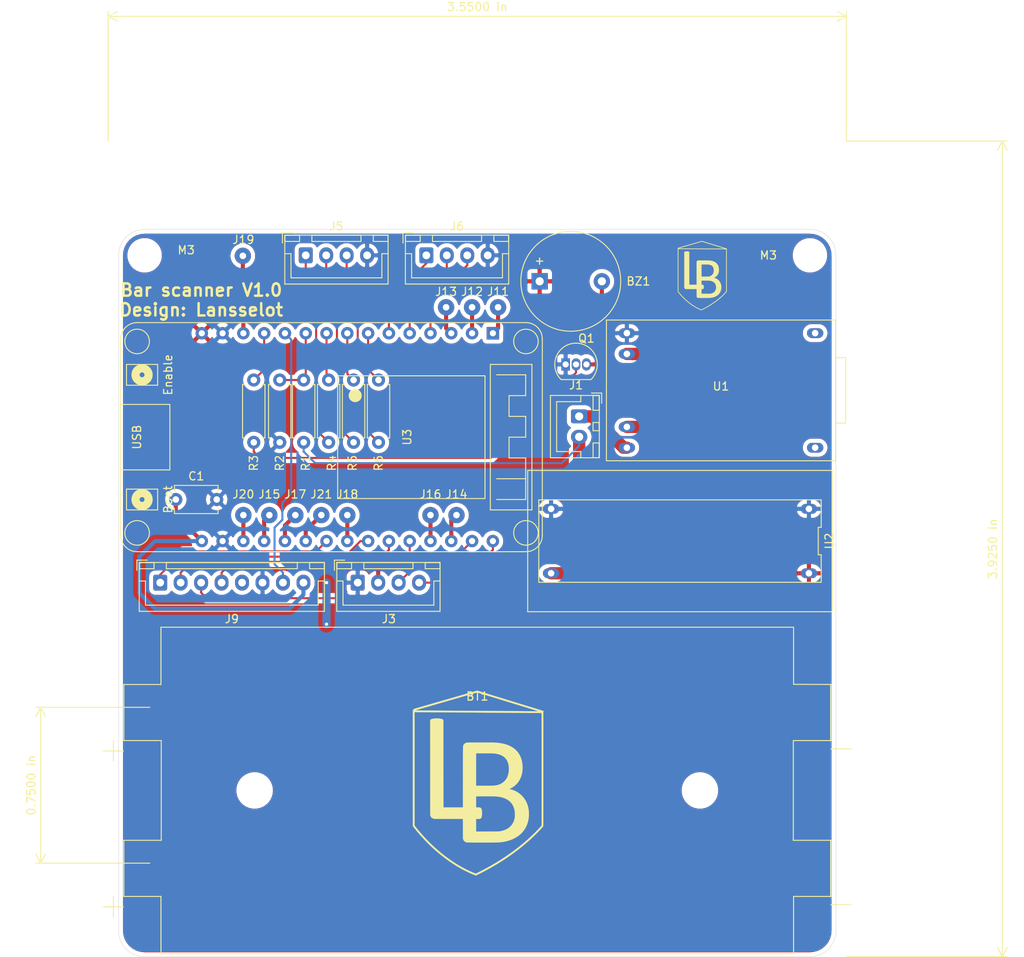
<source format=kicad_pcb>
(kicad_pcb (version 20171130) (host pcbnew "(5.1.5)-3")
  (layers (0 F.Cu signal) (31 B.Cu signal) (34 B.Paste user) (35 F.Paste user) (36 B.SilkS user) (37 F.SilkS user) (38 B.Mask user) (39 F.Mask user) (44 Edge.Cuts user))
  (net 0 "")
  (net 1 -BATT)
  (net 2 +BATT)
  (net 3 "Net-(BZ1-Pad2)")
  (net 4 +5V)
  (net 5 OutSwitcht)
  (net 6 Out+)
  (net 7 SCL)
  (net 8 SDA)
  (net 9 GND)
  (net 10 "Net-(J5-Pad3)")
  (net 11 "Net-(J5-Pad2)")
  (net 12 "Net-(J5-Pad1)")
  (net 13 IO34)
  (net 14 IO35)
  (net 15 IO32)
  (net 16 +3V3)
  (net 17 RST)
  (net 18 MISO)
  (net 19 MOSI)
  (net 20 SCK)
  (net 21 SS)
  (net 22 "Net-(Q1-Pad2)")
  (net 23 IO27)
  (net 24 IO12)
  (net 25 IO26)
  (net 26 IO25)
  (net 27 IO33)
  (net 28 "Net-(J11-Pad1)")
  (net 29 "Net-(J12-Pad1)")
  (net 30 "Net-(J13-Pad1)")
  (net 31 "Net-(J14-Pad1)")
  (net 32 "Net-(J15-Pad1)")
  (net 33 "Net-(J16-Pad1)")
  (net 34 "Net-(J17-Pad1)")
  (net 35 "Net-(J18-Pad1)")
  (net 36 "Net-(J19-Pad1)")
  (net 37 "Net-(J20-Pad1)")
  (net 38 "Net-(J21-Pad1)")
  (module Converter_DCDC:MT3068_DC-DC_max28V_2A (layer F.Cu) (at 182.88 98.425 180)
    (fp_text reference U2 (at -18.25 0 270) (layer F.SilkS))
    (fp_text value MT3608_DC-DC_Boost_5-28V_2A)
    (pad 4 thru_hole oval (at 15.75 3.93705 180) (size 2 1.2) (drill 0.8) (layers *.Cu *.Mask) (net 9 GND))
    (pad 3 thru_hole oval (at 15.75 -3.93705 180) (size 2 1.2) (drill 0.8) (layers *.Cu *.Mask) (net 5 OutSwitcht))
    (pad 2 thru_hole oval (at -15.75 3.93705 180) (size 2 1.2) (drill 0.8) (layers *.Cu *.Mask) (net 9 GND))
    (pad 1 thru_hole oval (at -15.75 -3.93705 180) (size 2 1.2) (drill 0.8) (layers *.Cu *.Mask) (net 4 +5V))
  )
  (module "PCB logo:LansselotBuilds" (layer F.Cu) (at 158.242 128.8415)
    (fp_text reference G*** hide)
    (fp_text value LOGO hide)
  )
  (module "PCB logo:LansselotBuildsNogKleiner" (layer F.Cu) (at 185.6105 66.294)
    (fp_text reference G*** hide)
    (fp_text value LOGO hide)
  )
  (module MountingHole:MountingHole_3.2mm_M3_DIN965 (layer F.Cu) (at 198.755 63.5)
    (fp_text reference M3 (at -5.08 0) (layer F.SilkS))
    (fp_text value MountingHole_3.2mm_M3_DIN965)
    (pad 1 np_thru_hole circle (at 0 0) (size 3.2 3.2) (drill 3.2) (layers *.Cu *.Mask))
  )
  (module MountingHole:MountingHole_3.2mm_M3_DIN965 (layer F.Cu) (at 117.475 63.5)
    (fp_text reference M3 (at 5.08 -0.635) (layer F.SilkS))
    (fp_text value MountingHole_3.2mm_M3_DIN965)
    (pad 1 np_thru_hole circle (at 0 0) (size 3.2 3.2) (drill 3.2) (layers *.Cu *.Mask))
  )
  (module Connector_Wire:SolderWirePad_1x01_Drill0.8mm (layer F.Cu) (at 139.065 95.25)
    (fp_text reference J21 (at 0 -2.54) (layer F.SilkS))
    (fp_text value Conn_01x01_Female)
    (pad 1 thru_hole circle (at 0 0) (size 1.99898 1.99898) (drill 0.8001) (layers *.Cu *.Mask) (net 38 "Net-(J21-Pad1)"))
  )
  (module Connector_Wire:SolderWirePad_1x01_Drill0.8mm (layer F.Cu) (at 129.54 95.25)
    (fp_text reference J20 (at 0 -2.54) (layer F.SilkS))
    (fp_text value Conn_01x01_Female)
    (pad 1 thru_hole circle (at 0 0) (size 1.99898 1.99898) (drill 0.8001) (layers *.Cu *.Mask) (net 37 "Net-(J20-Pad1)"))
  )
  (module Connector_Wire:SolderWirePad_1x01_Drill0.8mm (layer F.Cu) (at 129.4765 63.5635)
    (fp_text reference J19 (at 0.0635 -1.9685) (layer F.SilkS))
    (fp_text value Conn_01x01_Female)
    (pad 1 thru_hole circle (at 0 0) (size 1.99898 1.99898) (drill 0.8001) (layers *.Cu *.Mask) (net 36 "Net-(J19-Pad1)"))
  )
  (module Connector_Wire:SolderWirePad_1x01_Drill0.8mm (layer F.Cu) (at 142.24 95.25)
    (fp_text reference J18 (at 0 -2.54) (layer F.SilkS))
    (fp_text value Conn_01x01_Female)
    (pad 1 thru_hole circle (at 0 0) (size 1.99898 1.99898) (drill 0.8001) (layers *.Cu *.Mask) (net 35 "Net-(J18-Pad1)"))
  )
  (module Connector_Wire:SolderWirePad_1x01_Drill0.8mm (layer F.Cu) (at 135.89 95.25)
    (fp_text reference J17 (at 0 -2.54) (layer F.SilkS))
    (fp_text value Conn_01x01_Female)
    (pad 1 thru_hole circle (at 0 0) (size 1.99898 1.99898) (drill 0.8001) (layers *.Cu *.Mask) (net 34 "Net-(J17-Pad1)"))
  )
  (module Connector_Wire:SolderWirePad_1x01_Drill0.8mm (layer F.Cu) (at 152.4 95.25)
    (fp_text reference J16 (at 0 -2.54) (layer F.SilkS))
    (fp_text value Conn_01x01_Female)
    (pad 1 thru_hole circle (at 0 0) (size 1.99898 1.99898) (drill 0.8001) (layers *.Cu *.Mask) (net 33 "Net-(J16-Pad1)"))
  )
  (module Connector_Wire:SolderWirePad_1x01_Drill0.8mm (layer F.Cu) (at 132.715 95.25)
    (fp_text reference J15 (at 0 -2.54) (layer F.SilkS))
    (fp_text value Conn_01x01_Female)
    (pad 1 thru_hole circle (at 0 0) (size 1.99898 1.99898) (drill 0.8001) (layers *.Cu *.Mask) (net 32 "Net-(J15-Pad1)"))
  )
  (module Connector_Wire:SolderWirePad_1x01_Drill0.8mm (layer F.Cu) (at 155.575 95.25)
    (fp_text reference J14 (at 0 -2.54) (layer F.SilkS))
    (fp_text value Conn_01x01_Female)
    (pad 1 thru_hole circle (at 0 0) (size 1.99898 1.99898) (drill 0.8001) (layers *.Cu *.Mask) (net 31 "Net-(J14-Pad1)"))
  )
  (module Connector_Wire:SolderWirePad_1x01_Drill0.8mm (layer F.Cu) (at 154.305 69.85)
    (fp_text reference J13 (at 0 -1.905) (layer F.SilkS))
    (fp_text value Conn_01x01_Female)
    (pad 1 thru_hole circle (at 0 0) (size 1.99898 1.99898) (drill 0.8001) (layers *.Cu *.Mask) (net 30 "Net-(J13-Pad1)"))
  )
  (module Connector_Wire:SolderWirePad_1x01_Drill0.8mm (layer F.Cu) (at 157.48 69.85)
    (fp_text reference J12 (at 0 -1.905) (layer F.SilkS))
    (fp_text value Conn_01x01_Female)
    (pad 1 thru_hole circle (at 0 0) (size 1.99898 1.99898) (drill 0.8001) (layers *.Cu *.Mask) (net 29 "Net-(J12-Pad1)"))
  )
  (module Connector_Wire:SolderWirePad_1x01_Drill0.8mm (layer F.Cu) (at 160.655 69.85)
    (fp_text reference J11 (at 0 -1.905) (layer F.SilkS))
    (fp_text value Conn_01x01_Female)
    (pad 1 thru_hole circle (at 0 0) (size 1.99898 1.99898) (drill 0.8001) (layers *.Cu *.Mask) (net 28 "Net-(J11-Pad1)"))
  )
  (module esp32_devkit_v1_doit:esp32_devkit_v1_doit (layer F.Cu) (at 160.02 85.725 270)
    (fp_text reference U3 (at 0 10.47 270) (layer F.SilkS))
    (fp_text value ESP32_DevKit_V1_DOIT)
    (fp_text user Enable (at -7.62 39.68 270) (layer F.SilkS))
    (fp_text user Boot (at 7.62 39.68 270) (layer F.SilkS))
    (fp_text user USB (at 0 43.49 270) (layer F.SilkS))
    (pad 30 thru_hole circle (at 12.7 0 270) (size 1.524 1.524) (drill 0.762) (layers *.Cu *.Mask) (net 19 MOSI))
    (pad 29 thru_hole circle (at 12.7 2.54 270) (size 1.524 1.524) (drill 0.762) (layers *.Cu *.Mask) (net 7 SCL))
    (pad 28 thru_hole circle (at 12.7 5.08 270) (size 1.524 1.524) (drill 0.762) (layers *.Cu *.Mask) (net 31 "Net-(J14-Pad1)"))
    (pad 27 thru_hole circle (at 12.7 7.62 270) (size 1.524 1.524) (drill 0.762) (layers *.Cu *.Mask) (net 33 "Net-(J16-Pad1)"))
    (pad 26 thru_hole circle (at 12.7 10.16 270) (size 1.524 1.524) (drill 0.762) (layers *.Cu *.Mask) (net 8 SDA))
    (pad 25 thru_hole circle (at 12.7 12.7 270) (size 1.524 1.524) (drill 0.762) (layers *.Cu *.Mask) (net 18 MISO))
    (pad 24 thru_hole circle (at 12.7 15.24 270) (size 1.524 1.524) (drill 0.762) (layers *.Cu *.Mask) (net 20 SCK))
    (pad 23 thru_hole circle (at 12.7 17.78 270) (size 1.524 1.524) (drill 0.762) (layers *.Cu *.Mask) (net 35 "Net-(J18-Pad1)"))
    (pad 22 thru_hole circle (at 12.7 20.32 270) (size 1.524 1.524) (drill 0.762) (layers *.Cu *.Mask) (net 21 SS))
    (pad 21 thru_hole circle (at 12.7 22.86 270) (size 1.524 1.524) (drill 0.762) (layers *.Cu *.Mask) (net 38 "Net-(J21-Pad1)"))
    (pad 20 thru_hole circle (at 12.7 25.4 270) (size 1.524 1.524) (drill 0.762) (layers *.Cu *.Mask) (net 34 "Net-(J17-Pad1)"))
    (pad 19 thru_hole circle (at 12.7 27.94 270) (size 1.524 1.524) (drill 0.762) (layers *.Cu *.Mask) (net 32 "Net-(J15-Pad1)"))
    (pad 18 thru_hole circle (at 12.7 30.48 270) (size 1.524 1.524) (drill 0.762) (layers *.Cu *.Mask) (net 37 "Net-(J20-Pad1)"))
    (pad 17 thru_hole circle (at 12.7 33.02 270) (size 1.524 1.524) (drill 0.762) (layers *.Cu *.Mask) (net 9 GND))
    (pad 16 thru_hole circle (at 12.7 35.56 270) (size 1.524 1.524) (drill 0.762) (layers *.Cu *.Mask) (net 16 +3V3))
    (pad 15 thru_hole circle (at -12.7 35.56 270) (size 1.524 1.524) (drill 0.762) (layers *.Cu *.Mask) (net 4 +5V))
    (pad 14 thru_hole circle (at -12.7 33.02 270) (size 1.524 1.524) (drill 0.762) (layers *.Cu *.Mask) (net 9 GND))
    (pad 13 thru_hole circle (at -12.7 30.48 270) (size 1.524 1.524) (drill 0.762) (layers *.Cu *.Mask) (net 36 "Net-(J19-Pad1)"))
    (pad 12 thru_hole circle (at -12.7 27.94 270) (size 1.524 1.524) (drill 0.762) (layers *.Cu *.Mask) (net 24 IO12))
    (pad 11 thru_hole circle (at -12.7 25.4 270) (size 1.524 1.524) (drill 0.762) (layers *.Cu *.Mask) (net 17 RST))
    (pad 10 thru_hole circle (at -12.7 22.86 270) (size 1.524 1.524) (drill 0.762) (layers *.Cu *.Mask) (net 23 IO27))
    (pad 9 thru_hole circle (at -12.7 20.32 270) (size 1.524 1.524) (drill 0.762) (layers *.Cu *.Mask) (net 25 IO26))
    (pad 8 thru_hole circle (at -12.7 17.78 270) (size 1.524 1.524) (drill 0.762) (layers *.Cu *.Mask) (net 26 IO25))
    (pad 7 thru_hole circle (at -12.7 15.24 270) (size 1.524 1.524) (drill 0.762) (layers *.Cu *.Mask) (net 27 IO33))
    (pad 6 thru_hole circle (at -12.7 12.7 270) (size 1.524 1.524) (drill 0.762) (layers *.Cu *.Mask) (net 15 IO32))
    (pad 5 thru_hole circle (at -12.7 10.16 270) (size 1.524 1.524) (drill 0.762) (layers *.Cu *.Mask) (net 14 IO35))
    (pad 4 thru_hole circle (at -12.7 7.62 270) (size 1.524 1.524) (drill 0.762) (layers *.Cu *.Mask) (net 13 IO34))
    (pad 3 thru_hole circle (at -12.7 5.08 270) (size 1.524 1.524) (drill 0.762) (layers *.Cu *.Mask) (net 30 "Net-(J13-Pad1)"))
    (pad 2 thru_hole circle (at -12.7 2.54 270) (size 1.524 1.524) (drill 0.762) (layers *.Cu *.Mask) (net 29 "Net-(J12-Pad1)"))
    (pad 1 thru_hole rect (at -12.7 0 270) (size 1.524 1.524) (drill 0.762) (layers *.Cu *.Mask) (net 28 "Net-(J11-Pad1)"))
  )
  (module Capacitor_THT:C_Disc_D5.1mm_W3.2mm_P5.00mm (layer F.Cu) (at 121.285 93.345)
    (fp_text reference C1 (at 2.5 -2.85) (layer F.SilkS))
    (fp_text value 0,1uf)
    (pad 2 thru_hole circle (at 5 0) (size 1.6 1.6) (drill 0.8) (layers *.Cu *.Mask) (net 9 GND))
    (pad 1 thru_hole circle (at 0 0) (size 1.6 1.6) (drill 0.8) (layers *.Cu *.Mask) (net 16 +3V3))
  )
  (module Battery:BatteryHolder_Keystone_1042_2x18650 (layer F.Cu) (at 158.115 128.905)
    (fp_text reference BT1 (at 0 -11.5) (layer F.SilkS))
    (fp_text value Battery_Cell_2x)
    (pad 4 smd rect (at 39.33 9.55) (size 7.34 6.35) (layers F.Cu F.Paste F.Mask) (net 1 -BATT))
    (pad 3 smd rect (at -39.33 9.55) (size 7.34 6.35) (layers F.Cu F.Paste F.Mask) (net 2 +BATT))
    (pad "" np_thru_hole circle (at -27.2 0) (size 3.45 3.45) (drill 3.45) (layers *.Cu *.Mask))
    (pad "" np_thru_hole circle (at 27.2 0) (size 3.45 3.45) (drill 3.45) (layers *.Cu *.Mask))
    (pad 2 smd rect (at 39.33 -9.55) (size 7.34 6.35) (layers F.Cu F.Paste F.Mask) (net 1 -BATT))
    (pad 1 smd rect (at -39.33 -9.55) (size 7.34 6.35) (layers F.Cu F.Paste F.Mask) (net 2 +BATT))
  )
  (module Symbol:1S_BMS_5v-in (layer F.Cu) (at 187.89 80.01 180)
    (fp_text reference U1 (at 0 0.5 180) (layer F.SilkS))
    (fp_text value 1S_BMS_5v-in)
    (pad 2 thru_hole oval (at -11.5 7 180) (size 2 1.2) (drill 0.8) (layers *.Cu *.Mask))
    (pad 1 thru_hole oval (at -11.5 -7 180) (size 2 1.2) (drill 0.8) (layers *.Cu *.Mask))
    (pad 4 thru_hole oval (at 11.5 7 180) (size 2 1.2) (drill 0.8) (layers *.Cu *.Mask) (net 9 GND))
    (pad 6 thru_hole oval (at 11.5 4.46 180) (size 2 1.2) (drill 0.8) (layers *.Cu *.Mask) (net 1 -BATT))
    (pad 3 thru_hole oval (at 11.5 -7 180) (size 2 1.2) (drill 0.8) (layers *.Cu *.Mask) (net 6 Out+))
    (pad 5 thru_hole oval (at 11.5 -4.46 180) (size 2 1.2) (drill 0.8) (layers *.Cu *.Mask) (net 2 +BATT))
  )
  (module Resistor_THT:R_Axial_DIN0207_L6.3mm_D2.5mm_P7.62mm_Horizontal (layer F.Cu) (at 146.05 78.74 270)
    (fp_text reference R6 (at 10.16 0 90) (layer F.SilkS))
    (fp_text value 48)
    (pad 2 thru_hole oval (at 7.62 0 270) (size 1.6 1.6) (drill 0.8) (layers *.Cu *.Mask) (net 10 "Net-(J5-Pad3)"))
    (pad 1 thru_hole circle (at 0 0 270) (size 1.6 1.6) (drill 0.8) (layers *.Cu *.Mask) (net 27 IO33))
  )
  (module Resistor_THT:R_Axial_DIN0207_L6.3mm_D2.5mm_P7.62mm_Horizontal (layer F.Cu) (at 143.002 78.74 270)
    (fp_text reference R5 (at 10.16 0.127 90) (layer F.SilkS))
    (fp_text value 48)
    (pad 2 thru_hole oval (at 7.62 0 270) (size 1.6 1.6) (drill 0.8) (layers *.Cu *.Mask) (net 11 "Net-(J5-Pad2)"))
    (pad 1 thru_hole circle (at 0 0 270) (size 1.6 1.6) (drill 0.8) (layers *.Cu *.Mask) (net 26 IO25))
  )
  (module Resistor_THT:R_Axial_DIN0207_L6.3mm_D2.5mm_P7.62mm_Horizontal (layer F.Cu) (at 139.954 78.74 270)
    (fp_text reference R4 (at 10.16 -0.381 90) (layer F.SilkS))
    (fp_text value 48)
    (pad 2 thru_hole oval (at 7.62 0 270) (size 1.6 1.6) (drill 0.8) (layers *.Cu *.Mask) (net 12 "Net-(J5-Pad1)"))
    (pad 1 thru_hole circle (at 0 0 270) (size 1.6 1.6) (drill 0.8) (layers *.Cu *.Mask) (net 25 IO26))
  )
  (module Resistor_THT:R_Axial_DIN0207_L6.3mm_D2.5mm_P7.62mm_Horizontal (layer F.Cu) (at 133.985 86.36 90)
    (fp_text reference R3 (at -2.54 -3.175 90) (layer F.SilkS))
    (fp_text value 47K)
    (pad 2 thru_hole oval (at 7.62 0 90) (size 1.6 1.6) (drill 0.8) (layers *.Cu *.Mask) (net 23 IO27))
    (pad 1 thru_hole circle (at 0 0 90) (size 1.6 1.6) (drill 0.8) (layers *.Cu *.Mask) (net 9 GND))
  )
  (module Resistor_THT:R_Axial_DIN0207_L6.3mm_D2.5mm_P7.62mm_Horizontal (layer F.Cu) (at 130.81 78.74 270)
    (fp_text reference R2 (at 10.16 -3.175 90) (layer F.SilkS))
    (fp_text value 220)
    (pad 2 thru_hole oval (at 7.62 0 270) (size 1.6 1.6) (drill 0.8) (layers *.Cu *.Mask) (net 22 "Net-(Q1-Pad2)"))
    (pad 1 thru_hole circle (at 0 0 270) (size 1.6 1.6) (drill 0.8) (layers *.Cu *.Mask) (net 24 IO12))
  )
  (module Resistor_THT:R_Axial_DIN0207_L6.3mm_D2.5mm_P7.62mm_Horizontal (layer F.Cu) (at 136.906 78.74 270)
    (fp_text reference R1 (at 10.16 -0.254 90) (layer F.SilkS))
    (fp_text value 17K)
    (pad 2 thru_hole oval (at 7.62 0 270) (size 1.6 1.6) (drill 0.8) (layers *.Cu *.Mask) (net 5 OutSwitcht))
    (pad 1 thru_hole circle (at 0 0 270) (size 1.6 1.6) (drill 0.8) (layers *.Cu *.Mask) (net 23 IO27))
  )
  (module Package_TO_SOT_THT:TO-92_Inline (layer F.Cu) (at 168.91 76.835)
    (fp_text reference Q1 (at 2.54 -3.175) (layer F.SilkS))
    (fp_text value PN2222A)
    (pad 1 thru_hole rect (at 0 0) (size 1.05 1.5) (drill 0.75) (layers *.Cu *.Mask) (net 9 GND))
    (pad 3 thru_hole oval (at 2.54 0) (size 1.05 1.5) (drill 0.75) (layers *.Cu *.Mask) (net 3 "Net-(BZ1-Pad2)"))
    (pad 2 thru_hole oval (at 1.27 0) (size 1.05 1.5) (drill 0.75) (layers *.Cu *.Mask) (net 22 "Net-(Q1-Pad2)"))
  )
  (module Connector_JST:JST_XH_B8B-XH-A_1x08_P2.50mm_Vertical (layer F.Cu) (at 119.38 103.505)
    (fp_text reference J9 (at 8.75 4.445) (layer F.SilkS))
    (fp_text value Conn_01x08_Male)
    (pad 8 thru_hole oval (at 17.5 0) (size 1.7 1.95) (drill 0.95) (layers *.Cu *.Mask) (net 16 +3V3))
    (pad 7 thru_hole oval (at 15 0) (size 1.7 1.95) (drill 0.95) (layers *.Cu *.Mask) (net 17 RST))
    (pad 6 thru_hole oval (at 12.5 0) (size 1.7 1.95) (drill 0.95) (layers *.Cu *.Mask) (net 9 GND))
    (pad 5 thru_hole oval (at 10 0) (size 1.7 1.95) (drill 0.95) (layers *.Cu *.Mask))
    (pad 4 thru_hole oval (at 7.5 0) (size 1.7 1.95) (drill 0.95) (layers *.Cu *.Mask) (net 18 MISO))
    (pad 3 thru_hole oval (at 5 0) (size 1.7 1.95) (drill 0.95) (layers *.Cu *.Mask) (net 19 MOSI))
    (pad 2 thru_hole oval (at 2.5 0) (size 1.7 1.95) (drill 0.95) (layers *.Cu *.Mask) (net 20 SCK))
    (pad 1 thru_hole roundrect (at 0 0) (size 1.7 1.95) (drill 0.95) (layers *.Cu *.Mask) (roundrect_rratio 0.147059) (net 21 SS))
  )
  (module Connector_JST:JST_XH_B4B-XH-A_1x04_P2.50mm_Vertical (layer F.Cu) (at 151.892 63.5)
    (fp_text reference J6 (at 3.75 -3.55) (layer F.SilkS))
    (fp_text value Conn_01x04_Male)
    (pad 4 thru_hole oval (at 7.5 0) (size 1.7 1.95) (drill 0.95) (layers *.Cu *.Mask) (net 9 GND))
    (pad 3 thru_hole oval (at 5 0) (size 1.7 1.95) (drill 0.95) (layers *.Cu *.Mask) (net 13 IO34))
    (pad 2 thru_hole oval (at 2.5 0) (size 1.7 1.95) (drill 0.95) (layers *.Cu *.Mask) (net 14 IO35))
    (pad 1 thru_hole roundrect (at 0 0) (size 1.7 1.95) (drill 0.95) (layers *.Cu *.Mask) (roundrect_rratio 0.147059) (net 15 IO32))
  )
  (module Connector_JST:JST_XH_B4B-XH-A_1x04_P2.50mm_Vertical (layer F.Cu) (at 137.16 63.5)
    (fp_text reference J5 (at 3.75 -3.55) (layer F.SilkS))
    (fp_text value Conn_01x04_Male)
    (pad 4 thru_hole oval (at 7.5 0) (size 1.7 1.95) (drill 0.95) (layers *.Cu *.Mask) (net 9 GND))
    (pad 3 thru_hole oval (at 5 0) (size 1.7 1.95) (drill 0.95) (layers *.Cu *.Mask) (net 10 "Net-(J5-Pad3)"))
    (pad 2 thru_hole oval (at 2.5 0) (size 1.7 1.95) (drill 0.95) (layers *.Cu *.Mask) (net 11 "Net-(J5-Pad2)"))
    (pad 1 thru_hole roundrect (at 0 0) (size 1.7 1.95) (drill 0.95) (layers *.Cu *.Mask) (roundrect_rratio 0.147059) (net 12 "Net-(J5-Pad1)"))
  )
  (module Connector_JST:JST_XH_B4B-XH-A_1x04_P2.50mm_Vertical (layer F.Cu) (at 143.51 103.505)
    (fp_text reference J3 (at 3.81 4.445) (layer F.SilkS))
    (fp_text value Conn_01x04_Male)
    (pad 4 thru_hole oval (at 7.5 0) (size 1.7 1.95) (drill 0.95) (layers *.Cu *.Mask) (net 7 SCL))
    (pad 3 thru_hole oval (at 5 0) (size 1.7 1.95) (drill 0.95) (layers *.Cu *.Mask) (net 8 SDA))
    (pad 2 thru_hole oval (at 2.5 0) (size 1.7 1.95) (drill 0.95) (layers *.Cu *.Mask) (net 4 +5V))
    (pad 1 thru_hole roundrect (at 0 0) (size 1.7 1.95) (drill 0.95) (layers *.Cu *.Mask) (roundrect_rratio 0.147059) (net 9 GND))
  )
  (module Connector_JST:JST_XH_B2B-XH-A_1x02_P2.50mm_Vertical (layer F.Cu) (at 170.561 83.185 270)
    (fp_text reference J1 (at -3.81 0.381 180) (layer F.SilkS))
    (fp_text value Conn_01x02_Male)
    (pad 2 thru_hole oval (at 2.5 0 270) (size 1.7 2) (drill 1) (layers *.Cu *.Mask) (net 5 OutSwitcht))
    (pad 1 thru_hole roundrect (at 0 0 270) (size 1.7 2) (drill 1) (layers *.Cu *.Mask) (roundrect_rratio 0.147059) (net 6 Out+))
  )
  (module Buzzer_Beeper:Buzzer_12x9.5RM7.6 (layer F.Cu) (at 165.735 66.675)
    (fp_text reference BZ1 (at 12.065 0) (layer F.SilkS))
    (fp_text value Buzzer)
    (fp_text user + (at -0.01 -2.54) (layer F.SilkS))
    (pad 2 thru_hole circle (at 7.6 0) (size 2 2) (drill 1) (layers *.Cu *.Mask) (net 3 "Net-(BZ1-Pad2)"))
    (pad 1 thru_hole rect (at 0 0) (size 2 2) (drill 1) (layers *.Cu *.Mask) (net 4 +5V))
  )
  (gr_text "Bar scanner V1.0\nDesign: Lansselot" (at 124.3965 68.961) (layer F.SilkS) (effects (font (size 1.5 1.5) (thickness 0.3))))
  (gr_arc (start 117.475 146.05) (end 114.3 146.05) (angle -90) (layer Edge.Cuts) (width 0.05))
  (gr_arc (start 198.755 146.05) (end 198.755 149.225) (angle -90) (layer Edge.Cuts) (width 0.05))
  (gr_arc (start 198.755 63.5) (end 201.93 63.5) (angle -90) (layer Edge.Cuts) (width 0.05))
  (gr_arc (start 117.475 63.5) (end 117.475 60.325) (angle -90) (layer Edge.Cuts) (width 0.05))
  (dimension 19.05 (width 0.12) (layer F.SilkS) (gr_text "19,050 mm" (at 103.505 128.27 90) (layer F.SilkS) (effects (font (size 1 1) (thickness 0.15)))) (feature1 (pts (xy 118.11 118.745) (xy 104.188579 118.745))) (feature2 (pts (xy 118.11 137.795) (xy 104.188579 137.795))) (crossbar (pts (xy 104.775 137.795) (xy 104.775 118.745))) (arrow1a (pts (xy 104.775 118.745) (xy 105.361421 119.871504))) (arrow1b (pts (xy 104.775 118.745) (xy 104.188579 119.871504))) (arrow2a (pts (xy 104.775 137.795) (xy 105.361421 136.668496))) (arrow2b (pts (xy 104.775 137.795) (xy 104.188579 136.668496))))
  (gr_line (start 117.475 149.225) (end 198.755 149.225) (layer Edge.Cuts) (width 0.05))
  (gr_line (start 114.3 63.5) (end 114.3 146.05) (layer Edge.Cuts) (width 0.05))
  (gr_line (start 201.93 63.5) (end 201.93 146.05) (layer Edge.Cuts) (width 0.05))
  (gr_line (start 117.475 60.325) (end 198.755 60.325) (layer Edge.Cuts) (width 0.05))
  (dimension 99.695 (width 0.12) (layer F.SilkS) (gr_text "99,695 mm" (at 223.52 99.3775 270) (layer F.SilkS) (effects (font (size 1 1) (thickness 0.15)))) (feature1 (pts (xy 203.2 149.225) (xy 222.836421 149.225))) (feature2 (pts (xy 203.2 49.53) (xy 222.836421 49.53))) (crossbar (pts (xy 222.25 49.53) (xy 222.25 149.225))) (arrow1a (pts (xy 222.25 149.225) (xy 221.663579 148.098496))) (arrow1b (pts (xy 222.25 149.225) (xy 222.836421 148.098496))) (arrow2a (pts (xy 222.25 49.53) (xy 221.663579 50.656504))) (arrow2b (pts (xy 222.25 49.53) (xy 222.836421 50.656504))))
  (dimension 90.17 (width 0.12) (layer F.SilkS) (gr_text "90,170 mm" (at 158.115 33.02) (layer F.SilkS) (effects (font (size 1 1) (thickness 0.15)))) (feature1 (pts (xy 203.2 49.53) (xy 203.2 33.703579))) (feature2 (pts (xy 113.03 49.53) (xy 113.03 33.703579))) (crossbar (pts (xy 113.03 34.29) (xy 203.2 34.29))) (arrow1a (pts (xy 203.2 34.29) (xy 202.073496 34.876421))) (arrow1b (pts (xy 203.2 34.29) (xy 202.073496 33.703579))) (arrow2a (pts (xy 113.03 34.29) (xy 114.156504 34.876421))) (arrow2b (pts (xy 113.03 34.29) (xy 114.156504 33.703579))))
  (segment (start 179.595 75.55) (end 187.325 83.28) (width 1.5) (layer F.Cu) (net 1))
  (segment (start 177.095 75.55) (end 179.595 75.55) (width 1.5) (layer F.Cu) (net 1))
  (segment (start 192.275 119.355) (end 197.445 119.355) (width 1.5) (layer F.Cu) (net 1))
  (segment (start 187.325 114.405) (end 192.275 119.355) (width 1.5) (layer F.Cu) (net 1))
  (segment (start 187.325 83.28) (end 187.325 114.405) (width 1.5) (layer F.Cu) (net 1))
  (segment (start 197.445 119.355) (end 197.445 138.455) (width 1.5) (layer F.Cu) (net 1))
  (segment (start 179.595 75.55) (end 176.39 75.55) (width 1.5) (layer F.Cu) (net 1))
  (segment (start 118.785 138.455) (end 118.785 119.355) (width 1.5) (layer F.Cu) (net 2))
  (segment (start 123.955 119.355) (end 123.98 119.38) (width 1.5) (layer F.Cu) (net 2))
  (segment (start 118.785 119.355) (end 123.955 119.355) (width 1.5) (layer F.Cu) (net 2))
  (segment (start 123.98 119.38) (end 178.435 119.38) (width 1.5) (layer F.Cu) (net 2))
  (segment (start 178.435 119.38) (end 184.15 113.665) (width 1.5) (layer F.Cu) (net 2))
  (segment (start 184.15 89.025) (end 179.595 84.47) (width 1.5) (layer F.Cu) (net 2))
  (segment (start 184.15 113.665) (end 184.15 89.025) (width 1.5) (layer F.Cu) (net 2))
  (segment (start 176.39 84.47) (end 179.595 84.47) (width 1.5) (layer F.Cu) (net 2))
  (segment (start 172.475 76.835) (end 171.45 76.835) (width 0.5) (layer F.Cu) (net 3))
  (segment (start 173.335 75.975) (end 172.475 76.835) (width 0.5) (layer F.Cu) (net 3))
  (segment (start 173.335 66.675) (end 173.335 75.975) (width 0.5) (layer F.Cu) (net 3))
  (via (at 139.7 103.505) (size 0.8) (drill 0.4) (layers F.Cu B.Cu) (net 4))
  (via (at 139.7 108.585) (size 0.8) (drill 0.4) (layers F.Cu B.Cu) (net 4))
  (segment (start 139.7 103.505) (end 139.7 108.585) (width 1) (layer B.Cu) (net 4))
  (segment (start 169.63 102.36205) (end 167.13 102.36205) (width 1.5) (layer F.Cu) (net 5))
  (segment (start 170.561 101.43105) (end 169.63 102.36205) (width 1.5) (layer F.Cu) (net 5))
  (segment (start 170.561 85.685) (end 170.561 101.43105) (width 1.5) (layer F.Cu) (net 5))
  (segment (start 136.906 87.49137) (end 138.31463 88.9) (width 0.25) (layer B.Cu) (net 5))
  (segment (start 136.906 86.36) (end 136.906 87.49137) (width 0.25) (layer B.Cu) (net 5))
  (segment (start 170.561 86.785) (end 170.561 85.685) (width 0.25) (layer B.Cu) (net 5))
  (segment (start 168.446 88.9) (end 170.561 86.785) (width 0.25) (layer B.Cu) (net 5))
  (segment (start 138.31463 88.9) (end 168.446 88.9) (width 0.25) (layer B.Cu) (net 5))
  (segment (start 175.99 87.01) (end 176.39 87.01) (width 1.5) (layer F.Cu) (net 6))
  (segment (start 172.165 83.185) (end 175.99 87.01) (width 1.5) (layer F.Cu) (net 6))
  (segment (start 170.815 83.185) (end 172.165 83.185) (width 1.5) (layer F.Cu) (net 6))
  (segment (start 170.561 83.185) (end 172.165 83.185) (width 1.5) (layer F.Cu) (net 6))
  (segment (start 152.4 103.505) (end 157.48 98.425) (width 0.25) (layer F.Cu) (net 7))
  (segment (start 151.01 103.505) (end 152.4 103.505) (width 0.25) (layer F.Cu) (net 7))
  (segment (start 149.86 102.155) (end 148.51 103.505) (width 0.25) (layer F.Cu) (net 8))
  (segment (start 149.86 98.425) (end 149.86 102.155) (width 0.25) (layer F.Cu) (net 8))
  (segment (start 144.526 84.836) (end 146.05 86.36) (width 0.25) (layer F.Cu) (net 10))
  (segment (start 142.16 66.63) (end 143.51 67.98) (width 0.25) (layer F.Cu) (net 10))
  (segment (start 143.51 67.98) (end 143.51 77.2795) (width 0.25) (layer F.Cu) (net 10))
  (segment (start 142.16 65.405) (end 142.16 66.63) (width 0.25) (layer F.Cu) (net 10))
  (segment (start 143.51 77.2795) (end 144.526 78.2955) (width 0.25) (layer F.Cu) (net 10))
  (segment (start 144.526 78.2955) (end 144.526 84.836) (width 0.25) (layer F.Cu) (net 10))
  (segment (start 142.16 65.405) (end 142.16 63.5) (width 0.25) (layer F.Cu) (net 10))
  (segment (start 139.66 66.63) (end 140.97 67.94) (width 0.25) (layer F.Cu) (net 11))
  (segment (start 139.66 65.405) (end 139.66 66.63) (width 0.25) (layer F.Cu) (net 11))
  (segment (start 140.97 67.94) (end 140.97 77.5335) (width 0.25) (layer F.Cu) (net 11))
  (segment (start 140.97 77.5335) (end 141.5415 78.105) (width 0.25) (layer F.Cu) (net 11))
  (segment (start 141.5415 84.8995) (end 143.002 86.36) (width 0.25) (layer F.Cu) (net 11))
  (segment (start 141.5415 78.105) (end 141.5415 84.8995) (width 0.25) (layer F.Cu) (net 11))
  (segment (start 139.66 65.405) (end 139.66 63.5) (width 0.25) (layer F.Cu) (net 11))
  (segment (start 137.16 66.38) (end 138.43 67.65) (width 0.25) (layer F.Cu) (net 12))
  (segment (start 137.16 65.405) (end 137.16 66.38) (width 0.25) (layer F.Cu) (net 12))
  (segment (start 138.43 84.836) (end 139.954 86.36) (width 0.25) (layer F.Cu) (net 12))
  (segment (start 138.43 67.65) (end 138.43 84.836) (width 0.25) (layer F.Cu) (net 12))
  (segment (start 137.16 65.405) (end 137.16 63.5) (width 0.25) (layer F.Cu) (net 12))
  (segment (start 152.4 73.025) (end 152.4 69.215) (width 0.25) (layer F.Cu) (net 13))
  (segment (start 156.892 64.725) (end 156.892 63.5) (width 0.25) (layer F.Cu) (net 13))
  (segment (start 152.402 69.215) (end 156.892 64.725) (width 0.25) (layer F.Cu) (net 13))
  (segment (start 152.4 69.215) (end 152.402 69.215) (width 0.25) (layer F.Cu) (net 13))
  (segment (start 149.86 73.025) (end 149.86 69.85) (width 0.25) (layer F.Cu) (net 14))
  (segment (start 154.392 65.318) (end 154.392 63.5) (width 0.25) (layer F.Cu) (net 14))
  (segment (start 149.86 69.85) (end 154.392 65.318) (width 0.25) (layer F.Cu) (net 14))
  (segment (start 147.32 69.127) (end 151.042 65.405) (width 0.25) (layer F.Cu) (net 15))
  (segment (start 147.32 73.025) (end 147.32 69.127) (width 0.25) (layer F.Cu) (net 15))
  (segment (start 151.042 65.325) (end 151.042 65.405) (width 0.25) (layer F.Cu) (net 15))
  (segment (start 151.892 64.475) (end 151.042 65.325) (width 0.25) (layer F.Cu) (net 15))
  (segment (start 151.892 63.5) (end 151.892 64.475) (width 0.25) (layer F.Cu) (net 15))
  (segment (start 124.46 98.425) (end 118.745 98.425) (width 0.5) (layer B.Cu) (net 16))
  (segment (start 136.88 104.98) (end 136.88 103.505) (width 0.5) (layer B.Cu) (net 16))
  (segment (start 118.745 98.425) (end 116.84 100.33) (width 0.5) (layer B.Cu) (net 16))
  (segment (start 116.84 100.33) (end 116.84 104.775) (width 0.5) (layer B.Cu) (net 16))
  (segment (start 135.18 106.68) (end 136.88 104.98) (width 0.5) (layer B.Cu) (net 16))
  (segment (start 118.745 106.68) (end 135.18 106.68) (width 0.5) (layer B.Cu) (net 16))
  (segment (start 116.84 104.775) (end 118.745 106.68) (width 0.5) (layer B.Cu) (net 16))
  (segment (start 121.285 95.25) (end 124.46 98.425) (width 0.5) (layer F.Cu) (net 16))
  (segment (start 121.285 93.345) (end 121.285 95.25) (width 0.5) (layer F.Cu) (net 16))
  (segment (start 133.35 101.25) (end 134.38 102.28) (width 0.25) (layer B.Cu) (net 17))
  (segment (start 135.381999 92.646501) (end 134.3025 93.726) (width 0.25) (layer B.Cu) (net 17))
  (segment (start 134.38 102.28) (end 134.38 103.505) (width 0.25) (layer B.Cu) (net 17))
  (segment (start 134.3025 93.726) (end 134.3025 95.8215) (width 0.25) (layer B.Cu) (net 17))
  (segment (start 134.3025 95.8215) (end 133.35 96.774) (width 0.25) (layer B.Cu) (net 17))
  (segment (start 133.35 96.774) (end 133.35 101.25) (width 0.25) (layer B.Cu) (net 17))
  (segment (start 135.381999 73.786999) (end 134.62 73.025) (width 0.25) (layer B.Cu) (net 17))
  (segment (start 135.381999 92.646501) (end 135.381999 73.786999) (width 0.25) (layer B.Cu) (net 17))
  (segment (start 147.32 99.50263) (end 145.85763 100.965) (width 0.25) (layer F.Cu) (net 18))
  (segment (start 147.32 98.425) (end 147.32 99.50263) (width 0.25) (layer F.Cu) (net 18))
  (segment (start 126.88 102.28) (end 126.88 103.505) (width 0.25) (layer F.Cu) (net 18))
  (segment (start 128.195 100.965) (end 126.88 102.28) (width 0.25) (layer F.Cu) (net 18))
  (segment (start 145.85763 100.965) (end 128.195 100.965) (width 0.25) (layer F.Cu) (net 18))
  (segment (start 160.02 99.50263) (end 154.11263 105.41) (width 0.25) (layer F.Cu) (net 19))
  (segment (start 160.02 98.425) (end 160.02 99.50263) (width 0.25) (layer F.Cu) (net 19))
  (segment (start 124.38 104.73) (end 124.38 103.505) (width 0.25) (layer F.Cu) (net 19))
  (segment (start 125.06 105.41) (end 124.38 104.73) (width 0.25) (layer F.Cu) (net 19))
  (segment (start 154.11263 105.41) (end 125.06 105.41) (width 0.25) (layer F.Cu) (net 19))
  (segment (start 143.848762 98.425) (end 141.943762 100.33) (width 0.25) (layer F.Cu) (net 20))
  (segment (start 144.78 98.425) (end 143.848762 98.425) (width 0.25) (layer F.Cu) (net 20))
  (segment (start 121.88 102.28) (end 121.88 103.505) (width 0.25) (layer F.Cu) (net 20))
  (segment (start 123.83 100.33) (end 121.88 102.28) (width 0.25) (layer F.Cu) (net 20))
  (segment (start 141.943762 100.33) (end 123.83 100.33) (width 0.25) (layer F.Cu) (net 20))
  (segment (start 119.38 102.53) (end 122.215 99.695) (width 0.25) (layer F.Cu) (net 21))
  (segment (start 119.38 103.505) (end 119.38 102.53) (width 0.25) (layer F.Cu) (net 21))
  (segment (start 138.43 99.695) (end 139.7 98.425) (width 0.25) (layer F.Cu) (net 21))
  (segment (start 122.215 99.695) (end 138.43 99.695) (width 0.25) (layer F.Cu) (net 21))
  (segment (start 130.81 87.49137) (end 131.58363 88.265) (width 0.25) (layer F.Cu) (net 22))
  (segment (start 130.81 86.36) (end 130.81 87.49137) (width 0.25) (layer F.Cu) (net 22))
  (segment (start 159.75 88.265) (end 170.18 77.835) (width 0.25) (layer F.Cu) (net 22))
  (segment (start 170.18 77.835) (end 170.18 76.835) (width 0.25) (layer F.Cu) (net 22))
  (segment (start 131.58363 88.265) (end 159.75 88.265) (width 0.25) (layer F.Cu) (net 22))
  (segment (start 137.16 78.486) (end 136.906 78.74) (width 0.25) (layer F.Cu) (net 23))
  (segment (start 137.16 73.025) (end 137.16 78.486) (width 0.25) (layer F.Cu) (net 23))
  (segment (start 133.985 78.74) (end 136.906 78.74) (width 0.25) (layer F.Cu) (net 23))
  (segment (start 132.08 77.47) (end 130.81 78.74) (width 0.25) (layer F.Cu) (net 24))
  (segment (start 132.08 73.025) (end 132.08 77.47) (width 0.25) (layer F.Cu) (net 24))
  (segment (start 139.7 78.486) (end 139.954 78.74) (width 0.25) (layer F.Cu) (net 25))
  (segment (start 139.7 73.025) (end 139.7 78.486) (width 0.25) (layer F.Cu) (net 25))
  (segment (start 142.24 77.978) (end 143.002 78.74) (width 0.25) (layer F.Cu) (net 26))
  (segment (start 142.24 73.025) (end 142.24 77.978) (width 0.25) (layer F.Cu) (net 26))
  (segment (start 144.78 77.47) (end 146.05 78.74) (width 0.25) (layer F.Cu) (net 27))
  (segment (start 144.78 73.025) (end 144.78 77.47) (width 0.25) (layer F.Cu) (net 27))
  (segment (start 160.655 72.39) (end 160.02 73.025) (width 0.5) (layer F.Cu) (net 28))
  (segment (start 160.655 69.85) (end 160.655 72.39) (width 0.5) (layer F.Cu) (net 28))
  (segment (start 157.48 69.85) (end 157.48 73.025) (width 0.5) (layer F.Cu) (net 29))
  (segment (start 154.305 72.39) (end 154.94 73.025) (width 0.5) (layer F.Cu) (net 30))
  (segment (start 154.305 69.85) (end 154.305 72.39) (width 0.5) (layer F.Cu) (net 30))
  (segment (start 154.94 95.885) (end 155.575 95.25) (width 0.5) (layer F.Cu) (net 31))
  (segment (start 154.94 98.425) (end 154.94 95.885) (width 0.5) (layer F.Cu) (net 31))
  (segment (start 132.08 95.885) (end 132.715 95.25) (width 0.5) (layer F.Cu) (net 32))
  (segment (start 132.08 98.425) (end 132.08 95.885) (width 0.5) (layer F.Cu) (net 32))
  (segment (start 152.4 98.425) (end 152.4 95.25) (width 0.5) (layer F.Cu) (net 33))
  (segment (start 134.62 96.52) (end 135.89 95.25) (width 0.5) (layer F.Cu) (net 34))
  (segment (start 134.62 98.425) (end 134.62 96.52) (width 0.5) (layer F.Cu) (net 34))
  (segment (start 142.24 98.425) (end 142.24 95.25) (width 0.5) (layer F.Cu) (net 35))
  (segment (start 129.4765 66.6115) (end 129.4765 63.5635) (width 0.5) (layer F.Cu) (net 36))
  (segment (start 129.54 73.025) (end 129.54 66.675) (width 0.5) (layer F.Cu) (net 36))
  (segment (start 129.54 66.675) (end 129.4765 66.6115) (width 0.5) (layer F.Cu) (net 36))
  (segment (start 129.54 95.25) (end 129.54 98.425) (width 0.5) (layer F.Cu) (net 37))
  (segment (start 137.16 97.155) (end 139.065 95.25) (width 0.5) (layer F.Cu) (net 38))
  (segment (start 137.16 98.425) (end 137.16 97.155) (width 0.5) (layer F.Cu) (net 38))
  (zone (net 9) (net_name GND) (layer B.Cu) (connect_pads (clearance 0.508)) (min_thickness 0.254) (fill yes (arc_segments 32) (thermal_gap 0.508) (thermal_bridge_width 0.508))
    (polygon (pts (xy 202.565 148.59) (xy 113.665 148.59) (xy 113.665 50.165) (xy 202.565 50.165)))
  )
  (zone (net 4) (net_name +5V) (layer F.Cu) (connect_pads (clearance 0.508)) (min_thickness 0.254) (fill yes (arc_segments 32) (thermal_gap 0.508) (thermal_bridge_width 0.508))
    (polygon (pts (xy 201.93 149.225) (xy 114.3 149.225) (xy 114.3 60.325) (xy 201.93 60.325)))
  )
)
</source>
